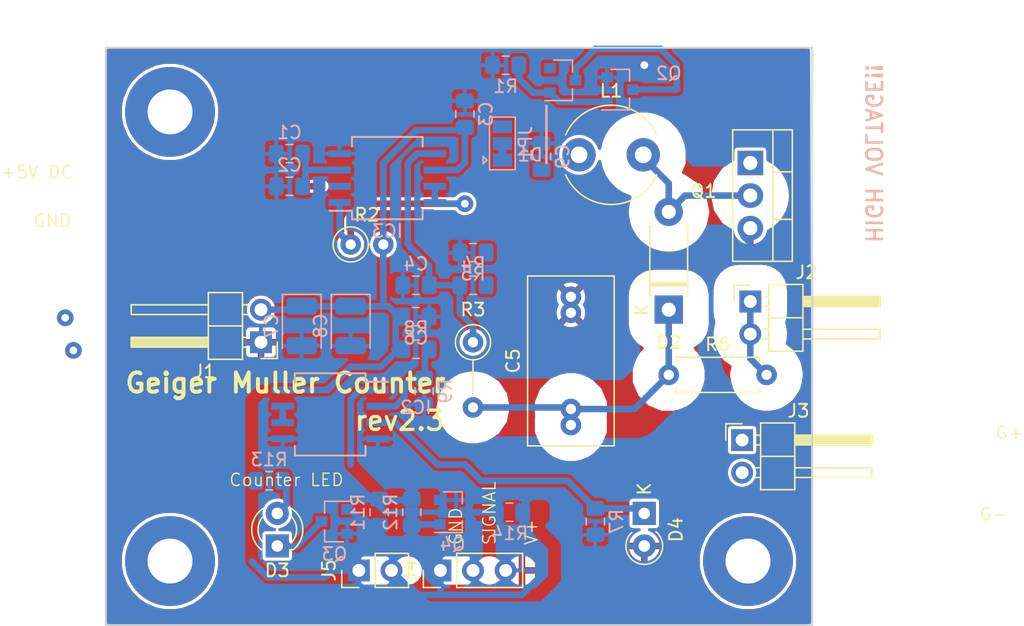
<source format=kicad_pcb>
(kicad_pcb (version 20171130) (host pcbnew "(5.0.1)-3")
  (layers (0 Top signal hide) (31 Bottom signal) (34 B.Paste user) (35 F.Paste user) (36 B.SilkS user) (37 F.SilkS user) (38 B.Mask user) (39 F.Mask user) (44 Edge.Cuts user))
  (net 0 "")
  (net 1 "Net-(Q4-Pad1)")
  (net 2 "Net-(Q3-Pad1)")
  (net 3 "Net-(C3-Pad1)")
  (net 4 "Net-(IC2-Pad1)")
  (net 5 "Net-(C5-Pad1)")
  (net 6 "Net-(C4-Pad1)")
  (net 7 "Net-(R4-Pad1)")
  (net 8 "Net-(D1-Pad1)")
  (net 9 "Net-(IC2-Pad6)")
  (net 10 "Net-(IC2-Pad2)")
  (net 11 "Net-(J2-Pad1)")
  (net 12 "Net-(IC3-Pad1)")
  (net 13 "Net-(C1-Pad1)")
  (net 14 GND)
  (net 15 "Net-(D3-Pad2)")
  (net 16 "Net-(D3-Pad1)")
  (net 17 "Net-(D1-Pad2)")
  (net 18 "Net-(D2-Pad2)")
  (net 19 "Net-(J4-Pad1)")
  (net 20 "Net-(J4-Pad2)")
  (net 21 "Net-(C9-Pad1)")
  (net 22 "Net-(D4-Pad1)")
  (module Housings_SOIC:SO-8_5.3x6.2mm_Pitch1.27mm (layer Bottom) (at 141.9161 95.1586)
    (fp_text reference IC3 (at 0 4.13) (layer B.SilkS) (effects (justify mirror)))
    (fp_text value MC34063AD)
    (fp_line (start -2.75 3.205) (end -2.75 2.55) (layer B.SilkS) (width 0.15))
    (fp_line (start 2.75 3.205) (end 2.75 2.455) (layer B.SilkS) (width 0.15))
    (fp_line (start 2.75 -3.205) (end 2.75 -2.455) (layer B.SilkS) (width 0.15))
    (fp_line (start -2.75 -3.205) (end -2.75 -2.455) (layer B.SilkS) (width 0.15))
    (fp_line (start -2.75 3.205) (end 2.75 3.205) (layer B.SilkS) (width 0.15))
    (fp_line (start -2.75 -3.205) (end 2.75 -3.205) (layer B.SilkS) (width 0.15))
    (fp_line (start -2.75 2.55) (end -4.5 2.55) (layer B.SilkS) (width 0.15))
    (pad 1 smd rect (at -3.7 1.905) (size 1.75 0.55) (layers Bottom B.Paste B.Mask) (net 12 "Net-(IC3-Pad1)"))
    (pad 2 smd rect (at -3.7 0.635) (size 1.75 0.55) (layers Bottom B.Paste B.Mask) (net 17 "Net-(D1-Pad2)"))
    (pad 3 smd rect (at -3.7 -0.635) (size 1.75 0.55) (layers Bottom B.Paste B.Mask) (net 13 "Net-(C1-Pad1)"))
    (pad 4 smd rect (at -3.7 -1.905) (size 1.75 0.55) (layers Bottom B.Paste B.Mask) (net 14 GND))
    (pad 5 smd rect (at 3.7 -1.905) (size 1.75 0.55) (layers Bottom B.Paste B.Mask) (net 6 "Net-(C4-Pad1)"))
    (pad 6 smd rect (at 3.7 -0.635) (size 1.75 0.55) (layers Bottom B.Paste B.Mask) (net 3 "Net-(C3-Pad1)"))
    (pad 7 smd rect (at 3.7 0.635) (size 1.75 0.55) (layers Bottom B.Paste B.Mask) (net 12 "Net-(IC3-Pad1)"))
    (pad 8 smd rect (at 3.7 1.905) (size 1.75 0.55) (layers Bottom B.Paste B.Mask) (net 12 "Net-(IC3-Pad1)"))
  )
  (module Mounting_Holes:MountingHole_3.5mm_Pad (layer Top) (at 125 90)
    (fp_text reference REF** hide)
    (fp_text value MountingHole_3.5mm_Pad)
    (pad 1 thru_hole circle (at 0 0) (size 7 7) (drill 3.5) (layers *.Cu *.Mask))
  )
  (module Mounting_Holes:MountingHole_3.5mm_Pad (layer Top) (at 170 125)
    (fp_text reference REF** hide)
    (fp_text value MountingHole_3.5mm_Pad)
    (pad 1 thru_hole circle (at 0 0) (size 7 7) (drill 3.5) (layers *.Cu *.Mask))
  )
  (module Diodes_SMD:D_SOT-23_ANK (layer Bottom) (at 155.575 87.5386)
    (fp_text reference D1 (at -2.54 5.8064) (layer B.SilkS) (effects (justify mirror)))
    (fp_text value D_Schottky)
    (fp_line (start 0.76 -1.58) (end -0.7 -1.58) (layer B.SilkS) (width 0.12))
    (fp_line (start 0.76 1.58) (end -1.4 1.58) (layer B.SilkS) (width 0.12))
    (fp_line (start 0.76 1.58) (end 0.76 0.65) (layer B.SilkS) (width 0.12))
    (fp_line (start 0.76 -1.58) (end 0.76 -0.65) (layer B.SilkS) (width 0.12))
    (pad 1 smd rect (at 1 0) (size 0.9 0.8) (layers Bottom B.Paste B.Mask) (net 8 "Net-(D1-Pad1)"))
    (pad "" smd rect (at -1 -0.95) (size 0.9 0.8) (layers Bottom B.Paste B.Mask))
    (pad 2 smd rect (at -1 0.95) (size 0.9 0.8) (layers Bottom B.Paste B.Mask) (net 17 "Net-(D1-Pad2)"))
  )
  (module TO_SOT_Packages_SMD:SOT-23 (layer Bottom) (at 137.795 121.92 180)
    (fp_text reference Q3 (at 0 -2.54 180) (layer B.SilkS) (effects (justify mirror)))
    (fp_text value BC848SMD)
    (fp_line (start 0.76 -1.58) (end -0.7 -1.58) (layer B.SilkS) (width 0.12))
    (fp_line (start 0.76 1.58) (end -1.4 1.58) (layer B.SilkS) (width 0.12))
    (fp_line (start 0.76 1.58) (end 0.76 0.65) (layer B.SilkS) (width 0.12))
    (fp_line (start 0.76 -1.58) (end 0.76 -0.65) (layer B.SilkS) (width 0.12))
    (pad 3 smd rect (at 1 0 180) (size 0.9 0.8) (layers Bottom B.Paste B.Mask) (net 16 "Net-(D3-Pad1)"))
    (pad 2 smd rect (at -1 -0.95 180) (size 0.9 0.8) (layers Bottom B.Paste B.Mask) (net 14 GND))
    (pad 1 smd rect (at -1 0.95 180) (size 0.9 0.8) (layers Bottom B.Paste B.Mask) (net 2 "Net-(Q3-Pad1)"))
  )
  (module TO_SOT_Packages_SMD:SOT-23 (layer Bottom) (at 146.9961 121.1936)
    (fp_text reference Q4 (at 0 2.5) (layer B.SilkS) (effects (justify mirror)))
    (fp_text value BC848SMD)
    (fp_line (start 0.76 -1.58) (end -0.7 -1.58) (layer B.SilkS) (width 0.12))
    (fp_line (start 0.76 1.58) (end -1.4 1.58) (layer B.SilkS) (width 0.12))
    (fp_line (start 0.76 1.58) (end 0.76 0.65) (layer B.SilkS) (width 0.12))
    (fp_line (start 0.76 -1.58) (end 0.76 -0.65) (layer B.SilkS) (width 0.12))
    (pad 3 smd rect (at 1 0) (size 0.9 0.8) (layers Bottom B.Paste B.Mask) (net 20 "Net-(J4-Pad2)"))
    (pad 2 smd rect (at -1 -0.95) (size 0.9 0.8) (layers Bottom B.Paste B.Mask) (net 14 GND))
    (pad 1 smd rect (at -1 0.95) (size 0.9 0.8) (layers Bottom B.Paste B.Mask) (net 1 "Net-(Q4-Pad1)"))
  )
  (module TO_SOT_Packages_SMD:SOT-23 (layer Bottom) (at 160.02 88.265)
    (fp_text reference Q2 (at 3.81 -1.27) (layer B.SilkS) (effects (justify mirror)))
    (fp_text value Q_PNP_BEC)
    (fp_line (start 0.76 -1.58) (end -0.7 -1.58) (layer B.SilkS) (width 0.12))
    (fp_line (start 0.76 1.58) (end -1.4 1.58) (layer B.SilkS) (width 0.12))
    (fp_line (start 0.76 1.58) (end 0.76 0.65) (layer B.SilkS) (width 0.12))
    (fp_line (start 0.76 -1.58) (end 0.76 -0.65) (layer B.SilkS) (width 0.12))
    (pad 3 smd rect (at 1 0) (size 0.9 0.8) (layers Bottom B.Paste B.Mask) (net 8 "Net-(D1-Pad1)"))
    (pad 2 smd rect (at -1 -0.95) (size 0.9 0.8) (layers Bottom B.Paste B.Mask) (net 14 GND))
    (pad 1 smd rect (at -1 0.95) (size 0.9 0.8) (layers Bottom B.Paste B.Mask) (net 17 "Net-(D1-Pad2)"))
  )
  (module Housings_SOIC:SO-8_5.3x6.2mm_Pitch1.27mm (layer Bottom) (at 137.4711 113.5736 180)
    (fp_text reference IC2 (at -6.6739 0.5436 180) (layer B.SilkS) (effects (justify mirror)))
    (fp_text value LM358D)
    (fp_line (start -2.75 2.55) (end -4.5 2.55) (layer B.SilkS) (width 0.15))
    (fp_line (start -2.75 -3.205) (end 2.75 -3.205) (layer B.SilkS) (width 0.15))
    (fp_line (start -2.75 3.205) (end 2.75 3.205) (layer B.SilkS) (width 0.15))
    (fp_line (start -2.75 -3.205) (end -2.75 -2.455) (layer B.SilkS) (width 0.15))
    (fp_line (start 2.75 -3.205) (end 2.75 -2.455) (layer B.SilkS) (width 0.15))
    (fp_line (start 2.75 3.205) (end 2.75 2.455) (layer B.SilkS) (width 0.15))
    (fp_line (start -2.75 3.205) (end -2.75 2.55) (layer B.SilkS) (width 0.15))
    (pad 8 smd rect (at 3.7 1.905 180) (size 1.75 0.55) (layers Bottom B.Paste B.Mask) (net 3 "Net-(C3-Pad1)"))
    (pad 7 smd rect (at 3.7 0.635 180) (size 1.75 0.55) (layers Bottom B.Paste B.Mask) (net 9 "Net-(IC2-Pad6)"))
    (pad 6 smd rect (at 3.7 -0.635 180) (size 1.75 0.55) (layers Bottom B.Paste B.Mask) (net 9 "Net-(IC2-Pad6)"))
    (pad 5 smd rect (at 3.7 -1.905 180) (size 1.75 0.55) (layers Bottom B.Paste B.Mask) (net 14 GND))
    (pad 4 smd rect (at -3.7 -1.905 180) (size 1.75 0.55) (layers Bottom B.Paste B.Mask) (net 14 GND))
    (pad 3 smd rect (at -3.7 -0.635 180) (size 1.75 0.55) (layers Bottom B.Paste B.Mask) (net 22 "Net-(D4-Pad1)"))
    (pad 2 smd rect (at -3.7 0.635 180) (size 1.75 0.55) (layers Bottom B.Paste B.Mask) (net 10 "Net-(IC2-Pad2)"))
    (pad 1 smd rect (at -3.7 1.905 180) (size 1.75 0.55) (layers Bottom B.Paste B.Mask) (net 4 "Net-(IC2-Pad1)"))
  )
  (module Mounting_Holes:MountingHole_3.5mm_Pad (layer Top) (at 125 125)
    (fp_text reference REF** hide)
    (fp_text value MountingHole_3.5mm_Pad)
    (pad 1 thru_hole circle (at 0 0) (size 7 7) (drill 3.5) (layers *.Cu *.Mask))
  )
  (module Capacitor_SMD:C_0805_2012Metric_Pad1.15x1.40mm_HandSolder (layer Bottom) (at 134.2961 93.2536 180)
    (fp_text reference C1 (at 0 1.65 180) (layer B.SilkS) (effects (justify mirror)))
    (fp_text value 32n)
    (fp_line (start -0.261252 0.71) (end 0.261252 0.71) (layer B.SilkS) (width 0.12))
    (fp_line (start -0.261252 -0.71) (end 0.261252 -0.71) (layer B.SilkS) (width 0.12))
    (pad 1 smd roundrect (at -1.025 0 180) (size 1.15 1.4) (layers Bottom B.Paste B.Mask) (roundrect_rratio 0.217391) (net 13 "Net-(C1-Pad1)"))
    (pad 2 smd roundrect (at 1.025 0 180) (size 1.15 1.4) (layers Bottom B.Paste B.Mask) (roundrect_rratio 0.217391) (net 14 GND))
  )
  (module Capacitor_SMD:C_0805_2012Metric_Pad1.15x1.40mm_HandSolder (layer Bottom) (at 144.145 105.9536)
    (fp_text reference C6 (at 0 1.65) (layer B.SilkS) (effects (justify mirror)))
    (fp_text value 100n)
    (fp_line (start -0.261252 -0.71) (end 0.261252 -0.71) (layer B.SilkS) (width 0.12))
    (fp_line (start -0.261252 0.71) (end 0.261252 0.71) (layer B.SilkS) (width 0.12))
    (pad 2 smd roundrect (at 1.025 0) (size 1.15 1.4) (layers Bottom B.Paste B.Mask) (roundrect_rratio 0.217391) (net 14 GND))
    (pad 1 smd roundrect (at -1.025 0) (size 1.15 1.4) (layers Bottom B.Paste B.Mask) (roundrect_rratio 0.217391) (net 3 "Net-(C3-Pad1)"))
  )
  (module Capacitor_SMD:C_0805_2012Metric_Pad1.15x1.40mm_HandSolder (layer Bottom) (at 134.2961 95.7936 180)
    (fp_text reference C2 (at 0 1.65 180) (layer B.SilkS) (effects (justify mirror)))
    (fp_text value 32n)
    (fp_line (start -0.261252 -0.71) (end 0.261252 -0.71) (layer B.SilkS) (width 0.12))
    (fp_line (start -0.261252 0.71) (end 0.261252 0.71) (layer B.SilkS) (width 0.12))
    (pad 2 smd roundrect (at 1.025 0 180) (size 1.15 1.4) (layers Bottom B.Paste B.Mask) (roundrect_rratio 0.217391) (net 14 GND))
    (pad 1 smd roundrect (at -1.025 0 180) (size 1.15 1.4) (layers Bottom B.Paste B.Mask) (roundrect_rratio 0.217391) (net 13 "Net-(C1-Pad1)"))
  )
  (module Capacitor_SMD:C_0805_2012Metric_Pad1.15x1.40mm_HandSolder (layer Bottom) (at 147.955 90.17 90)
    (fp_text reference C3 (at 0 1.65 90) (layer B.SilkS) (effects (justify mirror)))
    (fp_text value 100n)
    (fp_line (start -0.261252 0.71) (end 0.261252 0.71) (layer B.SilkS) (width 0.12))
    (fp_line (start -0.261252 -0.71) (end 0.261252 -0.71) (layer B.SilkS) (width 0.12))
    (pad 1 smd roundrect (at -1.025 0 90) (size 1.15 1.4) (layers Bottom B.Paste B.Mask) (roundrect_rratio 0.217391) (net 3 "Net-(C3-Pad1)"))
    (pad 2 smd roundrect (at 1.025 0 90) (size 1.15 1.4) (layers Bottom B.Paste B.Mask) (roundrect_rratio 0.217391) (net 14 GND))
  )
  (module Capacitor_SMD:C_0805_2012Metric_Pad1.15x1.40mm_HandSolder (layer Bottom) (at 144.145 103.505 180)
    (fp_text reference C4 (at 0 1.65 180) (layer B.SilkS) (effects (justify mirror)))
    (fp_text value 10n)
    (fp_line (start -0.261252 0.71) (end 0.261252 0.71) (layer B.SilkS) (width 0.12))
    (fp_line (start -0.261252 -0.71) (end 0.261252 -0.71) (layer B.SilkS) (width 0.12))
    (pad 1 smd roundrect (at -1.025 0 180) (size 1.15 1.4) (layers Bottom B.Paste B.Mask) (roundrect_rratio 0.217391) (net 6 "Net-(C4-Pad1)"))
    (pad 2 smd roundrect (at 1.025 0 180) (size 1.15 1.4) (layers Bottom B.Paste B.Mask) (roundrect_rratio 0.217391) (net 14 GND))
  )
  (module Resistor_SMD:R_0805_2012Metric_Pad1.15x1.40mm_HandSolder (layer Bottom) (at 151.13 86.36)
    (fp_text reference R1 (at 0 1.65) (layer B.SilkS) (effects (justify mirror)))
    (fp_text value 10k)
    (fp_line (start -0.261252 0.71) (end 0.261252 0.71) (layer B.SilkS) (width 0.12))
    (fp_line (start -0.261252 -0.71) (end 0.261252 -0.71) (layer B.SilkS) (width 0.12))
    (pad 1 smd roundrect (at -1.025 0) (size 1.15 1.4) (layers Bottom B.Paste B.Mask) (roundrect_rratio 0.217391) (net 14 GND))
    (pad 2 smd roundrect (at 1.025 0) (size 1.15 1.4) (layers Bottom B.Paste B.Mask) (roundrect_rratio 0.217391) (net 17 "Net-(D1-Pad2)"))
  )
  (module Resistor_SMD:R_0805_2012Metric_Pad1.15x1.40mm_HandSolder (layer Bottom) (at 148.59 103.505 180)
    (fp_text reference R4 (at 0 1.65 180) (layer B.SilkS) (effects (justify mirror)))
    (fp_text value 1k)
    (fp_line (start -0.261252 0.71) (end 0.261252 0.71) (layer B.SilkS) (width 0.12))
    (fp_line (start -0.261252 -0.71) (end 0.261252 -0.71) (layer B.SilkS) (width 0.12))
    (pad 1 smd roundrect (at -1.025 0 180) (size 1.15 1.4) (layers Bottom B.Paste B.Mask) (roundrect_rratio 0.217391) (net 7 "Net-(R4-Pad1)"))
    (pad 2 smd roundrect (at 1.025 0 180) (size 1.15 1.4) (layers Bottom B.Paste B.Mask) (roundrect_rratio 0.217391) (net 6 "Net-(C4-Pad1)"))
  )
  (module Resistor_SMD:R_0805_2012Metric_Pad1.15x1.40mm_HandSolder (layer Bottom) (at 148.59 100.965)
    (fp_text reference R5 (at 0 1.65) (layer B.SilkS) (effects (justify mirror)))
    (fp_text value 30k)
    (fp_line (start -0.261252 0.71) (end 0.261252 0.71) (layer B.SilkS) (width 0.12))
    (fp_line (start -0.261252 -0.71) (end 0.261252 -0.71) (layer B.SilkS) (width 0.12))
    (pad 1 smd roundrect (at -1.025 0) (size 1.15 1.4) (layers Bottom B.Paste B.Mask) (roundrect_rratio 0.217391) (net 14 GND))
    (pad 2 smd roundrect (at 1.025 0) (size 1.15 1.4) (layers Bottom B.Paste B.Mask) (roundrect_rratio 0.217391) (net 7 "Net-(R4-Pad1)"))
  )
  (module Resistor_SMD:R_0805_2012Metric_Pad1.15x1.40mm_HandSolder (layer Bottom) (at 158.115 121.92 90)
    (fp_text reference R7 (at 0 1.65 90) (layer B.SilkS) (effects (justify mirror)))
    (fp_text value 10k)
    (fp_line (start -0.261252 0.71) (end 0.261252 0.71) (layer B.SilkS) (width 0.12))
    (fp_line (start -0.261252 -0.71) (end 0.261252 -0.71) (layer B.SilkS) (width 0.12))
    (pad 1 smd roundrect (at -1.025 0 90) (size 1.15 1.4) (layers Bottom B.Paste B.Mask) (roundrect_rratio 0.217391) (net 14 GND))
    (pad 2 smd roundrect (at 1.025 0 90) (size 1.15 1.4) (layers Bottom B.Paste B.Mask) (roundrect_rratio 0.217391) (net 22 "Net-(D4-Pad1)"))
  )
  (module Resistor_SMD:R_0805_2012Metric_Pad1.15x1.40mm_HandSolder (layer Bottom) (at 144.145 108.4936 180)
    (fp_text reference R8 (at 0 1.65 180) (layer B.SilkS) (effects (justify mirror)))
    (fp_text value ?)
    (fp_line (start -0.261252 -0.71) (end 0.261252 -0.71) (layer B.SilkS) (width 0.12))
    (fp_line (start -0.261252 0.71) (end 0.261252 0.71) (layer B.SilkS) (width 0.12))
    (pad 2 smd roundrect (at 1.025 0 180) (size 1.15 1.4) (layers Bottom B.Paste B.Mask) (roundrect_rratio 0.217391) (net 3 "Net-(C3-Pad1)"))
    (pad 1 smd roundrect (at -1.025 0 180) (size 1.15 1.4) (layers Bottom B.Paste B.Mask) (roundrect_rratio 0.217391) (net 10 "Net-(IC2-Pad2)"))
  )
  (module Resistor_SMD:R_0805_2012Metric_Pad1.15x1.40mm_HandSolder (layer Bottom) (at 144.78 111.76 90)
    (fp_text reference R9 (at 0 1.65 90) (layer B.SilkS) (effects (justify mirror)))
    (fp_text value 470R)
    (fp_line (start -0.261252 -0.71) (end 0.261252 -0.71) (layer B.SilkS) (width 0.12))
    (fp_line (start -0.261252 0.71) (end 0.261252 0.71) (layer B.SilkS) (width 0.12))
    (pad 2 smd roundrect (at 1.025 0 90) (size 1.15 1.4) (layers Bottom B.Paste B.Mask) (roundrect_rratio 0.217391) (net 10 "Net-(IC2-Pad2)"))
    (pad 1 smd roundrect (at -1.025 0 90) (size 1.15 1.4) (layers Bottom B.Paste B.Mask) (roundrect_rratio 0.217391) (net 14 GND))
  )
  (module Resistor_SMD:R_0805_2012Metric_Pad1.15x1.40mm_HandSolder (layer Bottom) (at 141.2811 121.1936 270)
    (fp_text reference R11 (at 0 1.65 270) (layer B.SilkS) (effects (justify mirror)))
    (fp_text value 1k)
    (fp_line (start -0.261252 -0.71) (end 0.261252 -0.71) (layer B.SilkS) (width 0.12))
    (fp_line (start -0.261252 0.71) (end 0.261252 0.71) (layer B.SilkS) (width 0.12))
    (pad 2 smd roundrect (at 1.025 0 270) (size 1.15 1.4) (layers Bottom B.Paste B.Mask) (roundrect_rratio 0.217391) (net 2 "Net-(Q3-Pad1)"))
    (pad 1 smd roundrect (at -1.025 0 270) (size 1.15 1.4) (layers Bottom B.Paste B.Mask) (roundrect_rratio 0.217391) (net 4 "Net-(IC2-Pad1)"))
  )
  (module Resistor_SMD:R_0805_2012Metric_Pad1.15x1.40mm_HandSolder (layer Bottom) (at 143.8211 121.1936 270)
    (fp_text reference R12 (at 0 1.65 270) (layer B.SilkS) (effects (justify mirror)))
    (fp_text value 1k)
    (fp_line (start -0.261252 -0.71) (end 0.261252 -0.71) (layer B.SilkS) (width 0.12))
    (fp_line (start -0.261252 0.71) (end 0.261252 0.71) (layer B.SilkS) (width 0.12))
    (pad 2 smd roundrect (at 1.025 0 270) (size 1.15 1.4) (layers Bottom B.Paste B.Mask) (roundrect_rratio 0.217391) (net 1 "Net-(Q4-Pad1)"))
    (pad 1 smd roundrect (at -1.025 0 270) (size 1.15 1.4) (layers Bottom B.Paste B.Mask) (roundrect_rratio 0.217391) (net 4 "Net-(IC2-Pad1)"))
  )
  (module Resistor_SMD:R_0805_2012Metric_Pad1.15x1.40mm_HandSolder (layer Bottom) (at 132.715 118.745 180)
    (fp_text reference R13 (at 0 1.65 180) (layer B.SilkS) (effects (justify mirror)))
    (fp_text value 510R)
    (fp_line (start -0.261252 -0.71) (end 0.261252 -0.71) (layer B.SilkS) (width 0.12))
    (fp_line (start -0.261252 0.71) (end 0.261252 0.71) (layer B.SilkS) (width 0.12))
    (pad 2 smd roundrect (at 1.025 0 180) (size 1.15 1.4) (layers Bottom B.Paste B.Mask) (roundrect_rratio 0.217391) (net 3 "Net-(C3-Pad1)"))
    (pad 1 smd roundrect (at -1.025 0 180) (size 1.15 1.4) (layers Bottom B.Paste B.Mask) (roundrect_rratio 0.217391) (net 15 "Net-(D3-Pad2)"))
  )
  (module Resistor_SMD:R_0805_2012Metric_Pad1.15x1.40mm_HandSolder (layer Bottom) (at 151.4411 121.1936)
    (fp_text reference R14 (at 0 1.65) (layer B.SilkS) (effects (justify mirror)))
    (fp_text value 1k)
    (fp_line (start -0.261252 0.71) (end 0.261252 0.71) (layer B.SilkS) (width 0.12))
    (fp_line (start -0.261252 -0.71) (end 0.261252 -0.71) (layer B.SilkS) (width 0.12))
    (pad 1 smd roundrect (at -1.025 0) (size 1.15 1.4) (layers Bottom B.Paste B.Mask) (roundrect_rratio 0.217391) (net 20 "Net-(J4-Pad2)"))
    (pad 2 smd roundrect (at 1.025 0) (size 1.15 1.4) (layers Bottom B.Paste B.Mask) (roundrect_rratio 0.217391) (net 19 "Net-(J4-Pad1)"))
  )
  (module LED_THT:LED_D3.0mm (layer Top) (at 133.35 123.825 90)
    (fp_text reference D3 (at -1.905 0 180) (layer F.SilkS))
    (fp_text value LED)
    (fp_arc (start 1.27 0) (end -0.29 -1.235516) (angle 108.8) (layer F.SilkS) (width 0.12))
    (fp_arc (start 1.27 0) (end -0.29 1.235516) (angle -108.8) (layer F.SilkS) (width 0.12))
    (fp_arc (start 1.27 0) (end 0.229039 -1.08) (angle 87.9) (layer F.SilkS) (width 0.12))
    (fp_arc (start 1.27 0) (end 0.229039 1.08) (angle -87.9) (layer F.SilkS) (width 0.12))
    (fp_line (start -0.29 -1.236) (end -0.29 -1.08) (layer F.SilkS) (width 0.12))
    (fp_line (start -0.29 1.08) (end -0.29 1.236) (layer F.SilkS) (width 0.12))
    (pad 1 thru_hole rect (at 0 0 90) (size 1.8 1.8) (drill 0.9) (layers *.Cu *.Mask) (net 16 "Net-(D3-Pad1)"))
    (pad 2 thru_hole circle (at 2.54 0 90) (size 1.8 1.8) (drill 0.9) (layers *.Cu *.Mask) (net 15 "Net-(D3-Pad2)"))
  )
  (module Connector_PinHeader_2.54mm:PinHeader_1x02_P2.54mm_Horizontal (layer Top) (at 170.18 104.775)
    (fp_text reference J2 (at 4.385 -2.27) (layer F.SilkS))
    (fp_text value Conn_01x02_Male)
    (fp_line (start 1.44 -1.33) (end 1.44 3.87) (layer F.SilkS) (width 0.12))
    (fp_line (start 1.44 3.87) (end 4.1 3.87) (layer F.SilkS) (width 0.12))
    (fp_line (start 4.1 3.87) (end 4.1 -1.33) (layer F.SilkS) (width 0.12))
    (fp_line (start 4.1 -1.33) (end 1.44 -1.33) (layer F.SilkS) (width 0.12))
    (fp_line (start 4.1 -0.38) (end 10.1 -0.38) (layer F.SilkS) (width 0.12))
    (fp_line (start 10.1 -0.38) (end 10.1 0.38) (layer F.SilkS) (width 0.12))
    (fp_line (start 10.1 0.38) (end 4.1 0.38) (layer F.SilkS) (width 0.12))
    (fp_line (start 4.1 -0.32) (end 10.1 -0.32) (layer F.SilkS) (width 0.12))
    (fp_line (start 4.1 -0.2) (end 10.1 -0.2) (layer F.SilkS) (width 0.12))
    (fp_line (start 4.1 -0.08) (end 10.1 -0.08) (layer F.SilkS) (width 0.12))
    (fp_line (start 4.1 0.04) (end 10.1 0.04) (layer F.SilkS) (width 0.12))
    (fp_line (start 4.1 0.16) (end 10.1 0.16) (layer F.SilkS) (width 0.12))
    (fp_line (start 4.1 0.28) (end 10.1 0.28) (layer F.SilkS) (width 0.12))
    (fp_line (start 1.11 -0.38) (end 1.44 -0.38) (layer F.SilkS) (width 0.12))
    (fp_line (start 1.11 0.38) (end 1.44 0.38) (layer F.SilkS) (width 0.12))
    (fp_line (start 1.44 1.27) (end 4.1 1.27) (layer F.SilkS) (width 0.12))
    (fp_line (start 4.1 2.16) (end 10.1 2.16) (layer F.SilkS) (width 0.12))
    (fp_line (start 10.1 2.16) (end 10.1 2.92) (layer F.SilkS) (width 0.12))
    (fp_line (start 10.1 2.92) (end 4.1 2.92) (layer F.SilkS) (width 0.12))
    (fp_line (start 1.042929 2.16) (end 1.44 2.16) (layer F.SilkS) (width 0.12))
    (fp_line (start 1.042929 2.92) (end 1.44 2.92) (layer F.SilkS) (width 0.12))
    (fp_line (start -1.27 0) (end -1.27 -1.27) (layer F.SilkS) (width 0.12))
    (fp_line (start -1.27 -1.27) (end 0 -1.27) (layer F.SilkS) (width 0.12))
    (pad 1 thru_hole rect (at 0 0) (size 1.7 1.7) (drill 1) (layers *.Cu *.Mask) (net 11 "Net-(J2-Pad1)"))
    (pad 2 thru_hole oval (at 0 2.54) (size 1.7 1.7) (drill 1) (layers *.Cu *.Mask) (net 11 "Net-(J2-Pad1)"))
  )
  (module Connector_PinHeader_2.54mm:PinHeader_1x02_P2.54mm_Horizontal (layer Top) (at 169.545 115.57)
    (fp_text reference J3 (at 4.385 -2.27) (layer F.SilkS))
    (fp_text value Conn_01x02_Male)
    (fp_line (start -1.27 -1.27) (end 0 -1.27) (layer F.SilkS) (width 0.12))
    (fp_line (start -1.27 0) (end -1.27 -1.27) (layer F.SilkS) (width 0.12))
    (fp_line (start 1.042929 2.92) (end 1.44 2.92) (layer F.SilkS) (width 0.12))
    (fp_line (start 1.042929 2.16) (end 1.44 2.16) (layer F.SilkS) (width 0.12))
    (fp_line (start 10.1 2.92) (end 4.1 2.92) (layer F.SilkS) (width 0.12))
    (fp_line (start 10.1 2.16) (end 10.1 2.92) (layer F.SilkS) (width 0.12))
    (fp_line (start 4.1 2.16) (end 10.1 2.16) (layer F.SilkS) (width 0.12))
    (fp_line (start 1.44 1.27) (end 4.1 1.27) (layer F.SilkS) (width 0.12))
    (fp_line (start 1.11 0.38) (end 1.44 0.38) (layer F.SilkS) (width 0.12))
    (fp_line (start 1.11 -0.38) (end 1.44 -0.38) (layer F.SilkS) (width 0.12))
    (fp_line (start 4.1 0.28) (end 10.1 0.28) (layer F.SilkS) (width 0.12))
    (fp_line (start 4.1 0.16) (end 10.1 0.16) (layer F.SilkS) (width 0.12))
    (fp_line (start 4.1 0.04) (end 10.1 0.04) (layer F.SilkS) (width 0.12))
    (fp_line (start 4.1 -0.08) (end 10.1 -0.08) (layer F.SilkS) (width 0.12))
    (fp_line (start 4.1 -0.2) (end 10.1 -0.2) (layer F.SilkS) (width 0.12))
    (fp_line (start 4.1 -0.32) (end 10.1 -0.32) (layer F.SilkS) (width 0.12))
    (fp_line (start 10.1 0.38) (end 4.1 0.38) (layer F.SilkS) (width 0.12))
    (fp_line (start 10.1 -0.38) (end 10.1 0.38) (layer F.SilkS) (width 0.12))
    (fp_line (start 4.1 -0.38) (end 10.1 -0.38) (layer F.SilkS) (width 0.12))
    (fp_line (start 4.1 -1.33) (end 1.44 -1.33) (layer F.SilkS) (width 0.12))
    (fp_line (start 4.1 3.87) (end 4.1 -1.33) (layer F.SilkS) (width 0.12))
    (fp_line (start 1.44 3.87) (end 4.1 3.87) (layer F.SilkS) (width 0.12))
    (fp_line (start 1.44 -1.33) (end 1.44 3.87) (layer F.SilkS) (width 0.12))
    (pad 2 thru_hole oval (at 0 2.54) (size 1.7 1.7) (drill 1) (layers *.Cu *.Mask) (net 22 "Net-(D4-Pad1)"))
    (pad 1 thru_hole rect (at 0 0) (size 1.7 1.7) (drill 1) (layers *.Cu *.Mask) (net 22 "Net-(D4-Pad1)"))
  )
  (module Connector_PinHeader_2.54mm:PinHeader_1x03_P2.54mm_Vertical (layer Top) (at 146.05 125.73 90)
    (fp_text reference J4 (at 0 -2.33 90) (layer F.SilkS))
    (fp_text value Conn_01x03_Male)
    (fp_line (start -1.33 6.41) (end 1.33 6.41) (layer F.SilkS) (width 0.12))
    (fp_line (start -1.33 1.27) (end -1.33 6.41) (layer F.SilkS) (width 0.12))
    (fp_line (start 1.33 1.27) (end 1.33 6.41) (layer F.SilkS) (width 0.12))
    (fp_line (start -1.33 1.27) (end 1.33 1.27) (layer F.SilkS) (width 0.12))
    (fp_line (start -1.33 0) (end -1.33 -1.33) (layer F.SilkS) (width 0.12))
    (fp_line (start -1.33 -1.33) (end 0 -1.33) (layer F.SilkS) (width 0.12))
    (pad 1 thru_hole rect (at 0 0 90) (size 1.7 1.7) (drill 1) (layers *.Cu *.Mask) (net 19 "Net-(J4-Pad1)"))
    (pad 2 thru_hole oval (at 0 2.54 90) (size 1.7 1.7) (drill 1) (layers *.Cu *.Mask) (net 20 "Net-(J4-Pad2)"))
    (pad 3 thru_hole oval (at 0 5.08 90) (size 1.7 1.7) (drill 1) (layers *.Cu *.Mask) (net 14 GND))
  )
  (module Connector_PinHeader_2.54mm:PinHeader_1x02_P2.54mm_Horizontal (layer Top) (at 132.08 107.95 180)
    (fp_text reference J1 (at 4.385 -2.27 180) (layer F.SilkS))
    (fp_text value Conn_01x02_Male)
    (fp_line (start 1.44 -1.33) (end 1.44 3.87) (layer F.SilkS) (width 0.12))
    (fp_line (start 1.44 3.87) (end 4.1 3.87) (layer F.SilkS) (width 0.12))
    (fp_line (start 4.1 3.87) (end 4.1 -1.33) (layer F.SilkS) (width 0.12))
    (fp_line (start 4.1 -1.33) (end 1.44 -1.33) (layer F.SilkS) (width 0.12))
    (fp_line (start 4.1 -0.38) (end 10.1 -0.38) (layer F.SilkS) (width 0.12))
    (fp_line (start 10.1 -0.38) (end 10.1 0.38) (layer F.SilkS) (width 0.12))
    (fp_line (start 10.1 0.38) (end 4.1 0.38) (layer F.SilkS) (width 0.12))
    (fp_line (start 4.1 -0.32) (end 10.1 -0.32) (layer F.SilkS) (width 0.12))
    (fp_line (start 4.1 -0.2) (end 10.1 -0.2) (layer F.SilkS) (width 0.12))
    (fp_line (start 4.1 -0.08) (end 10.1 -0.08) (layer F.SilkS) (width 0.12))
    (fp_line (start 4.1 0.04) (end 10.1 0.04) (layer F.SilkS) (width 0.12))
    (fp_line (start 4.1 0.16) (end 10.1 0.16) (layer F.SilkS) (width 0.12))
    (fp_line (start 4.1 0.28) (end 10.1 0.28) (layer F.SilkS) (width 0.12))
    (fp_line (start 1.11 -0.38) (end 1.44 -0.38) (layer F.SilkS) (width 0.12))
    (fp_line (start 1.11 0.38) (end 1.44 0.38) (layer F.SilkS) (width 0.12))
    (fp_line (start 1.44 1.27) (end 4.1 1.27) (layer F.SilkS) (width 0.12))
    (fp_line (start 4.1 2.16) (end 10.1 2.16) (layer F.SilkS) (width 0.12))
    (fp_line (start 10.1 2.16) (end 10.1 2.92) (layer F.SilkS) (width 0.12))
    (fp_line (start 10.1 2.92) (end 4.1 2.92) (layer F.SilkS) (width 0.12))
    (fp_line (start 1.042929 2.16) (end 1.44 2.16) (layer F.SilkS) (width 0.12))
    (fp_line (start 1.042929 2.92) (end 1.44 2.92) (layer F.SilkS) (width 0.12))
    (fp_line (start -1.27 0) (end -1.27 -1.27) (layer F.SilkS) (width 0.12))
    (fp_line (start -1.27 -1.27) (end 0 -1.27) (layer F.SilkS) (width 0.12))
    (pad 1 thru_hole rect (at 0 0 180) (size 1.7 1.7) (drill 1) (layers *.Cu *.Mask) (net 14 GND))
    (pad 2 thru_hole oval (at 0 2.54 180) (size 1.7 1.7) (drill 1) (layers *.Cu *.Mask) (net 3 "Net-(C3-Pad1)"))
  )
  (module Resistor_THT:R_Axial_DIN0207_L6.3mm_D2.5mm_P2.54mm_Vertical (layer Top) (at 139.065 100.33)
    (fp_text reference R2 (at 1.27 -2.31) (layer F.SilkS))
    (fp_text value R22/0.5W)
    (fp_circle (center 0 0) (end 1.37 0) (layer F.SilkS) (width 0.12))
    (fp_line (start 1.37 0) (end 1.44 0) (layer F.SilkS) (width 0.12))
    (pad 1 thru_hole circle (at 0 0) (size 1.6 1.6) (drill 0.8) (layers *.Cu *.Mask) (net 12 "Net-(IC3-Pad1)"))
    (pad 2 thru_hole oval (at 2.54 0) (size 1.6 1.6) (drill 0.8) (layers *.Cu *.Mask) (net 3 "Net-(C3-Pad1)"))
  )
  (module Diode_THT:D_DO-41_SOD81_P7.62mm_Horizontal (layer Top) (at 163.83 105.41 90)
    (fp_text reference D2 (at -2.54 0 180) (layer F.SilkS))
    (fp_text value 1n4007)
    (fp_line (start 1.09 -1.34) (end 1.09 -1.47) (layer F.SilkS) (width 0.12))
    (fp_line (start 1.09 -1.47) (end 6.53 -1.47) (layer F.SilkS) (width 0.12))
    (fp_line (start 6.53 -1.47) (end 6.53 -1.34) (layer F.SilkS) (width 0.12))
    (fp_line (start 1.09 1.34) (end 1.09 1.47) (layer F.SilkS) (width 0.12))
    (fp_line (start 1.09 1.47) (end 6.53 1.47) (layer F.SilkS) (width 0.12))
    (fp_line (start 6.53 1.47) (end 6.53 1.34) (layer F.SilkS) (width 0.12))
    (fp_line (start 1.99 -1.47) (end 1.99 1.47) (layer F.SilkS) (width 0.12))
    (fp_line (start 2.11 -1.47) (end 2.11 1.47) (layer F.SilkS) (width 0.12))
    (fp_line (start 1.87 -1.47) (end 1.87 1.47) (layer F.SilkS) (width 0.12))
    (fp_text user K (at 0 -2.1 90) (layer F.SilkS))
    (pad 1 thru_hole rect (at 0 0 90) (size 2.2 2.2) (drill 1.1) (layers *.Cu *.Mask) (net 5 "Net-(C5-Pad1)"))
    (pad 2 thru_hole oval (at 7.62 0 90) (size 2.2 2.2) (drill 1.1) (layers *.Cu *.Mask) (net 18 "Net-(D2-Pad2)"))
  )
  (module Connector_PinHeader_2.54mm:PinHeader_1x02_P2.54mm_Vertical (layer Top) (at 139.7 125.73 90)
    (fp_text reference J5 (at 0 -2.33 90) (layer F.SilkS))
    (fp_text value Conn_01x02_Male)
    (fp_line (start -1.33 3.87) (end 1.33 3.87) (layer F.SilkS) (width 0.12))
    (fp_line (start -1.33 1.27) (end -1.33 3.87) (layer F.SilkS) (width 0.12))
    (fp_line (start 1.33 1.27) (end 1.33 3.87) (layer F.SilkS) (width 0.12))
    (fp_line (start -1.33 1.27) (end 1.33 1.27) (layer F.SilkS) (width 0.12))
    (fp_line (start -1.33 0) (end -1.33 -1.33) (layer F.SilkS) (width 0.12))
    (fp_line (start -1.33 -1.33) (end 0 -1.33) (layer F.SilkS) (width 0.12))
    (pad 1 thru_hole rect (at 0 0 90) (size 1.7 1.7) (drill 1) (layers *.Cu *.Mask) (net 3 "Net-(C3-Pad1)"))
    (pad 2 thru_hole oval (at 0 2.54 90) (size 1.7 1.7) (drill 1) (layers *.Cu *.Mask) (net 19 "Net-(J4-Pad1)"))
  )
  (module Resistor_THT:R_Axial_DIN0207_L6.3mm_D2.5mm_P5.08mm_Vertical (layer Top) (at 148.59 107.95 270)
    (fp_text reference R3 (at -2.54 0) (layer F.SilkS))
    (fp_text value 10M)
    (fp_circle (center 0 0) (end 1.37 0) (layer F.SilkS) (width 0.12))
    (fp_line (start 1.37 0) (end 3.98 0) (layer F.SilkS) (width 0.12))
    (pad 1 thru_hole circle (at 0 0 270) (size 1.6 1.6) (drill 0.8) (layers *.Cu *.Mask) (net 6 "Net-(C4-Pad1)"))
    (pad 2 thru_hole oval (at 5.08 0 270) (size 1.6 1.6) (drill 0.8) (layers *.Cu *.Mask) (net 5 "Net-(C5-Pad1)"))
  )
  (module Capacitor_Tantalum_SMD:CP_EIA-3528-21_Kemet-B (layer Bottom) (at 135.255 106.68 270)
    (fp_text reference C7 (at 0 2.35 270) (layer B.SilkS) (effects (justify mirror)))
    (fp_text value 330u)
    (fp_line (start -2.46 -1.51) (end 1.75 -1.51) (layer B.SilkS) (width 0.12))
    (fp_line (start -2.46 1.51) (end -2.46 -1.51) (layer B.SilkS) (width 0.12))
    (fp_line (start 1.75 1.51) (end -2.46 1.51) (layer B.SilkS) (width 0.12))
    (pad 2 smd roundrect (at 1.5375 0 270) (size 1.325 2.35) (layers Bottom B.Paste B.Mask) (roundrect_rratio 0.188679) (net 14 GND))
    (pad 1 smd roundrect (at -1.5375 0 270) (size 1.325 2.35) (layers Bottom B.Paste B.Mask) (roundrect_rratio 0.188679) (net 3 "Net-(C3-Pad1)"))
  )
  (module Capacitor_Tantalum_SMD:CP_EIA-3528-21_Kemet-B (layer Bottom) (at 139.065 106.68 270)
    (fp_text reference C8 (at 0 2.35 270) (layer B.SilkS) (effects (justify mirror)))
    (fp_text value 330u)
    (fp_line (start 1.75 1.51) (end -2.46 1.51) (layer B.SilkS) (width 0.12))
    (fp_line (start -2.46 1.51) (end -2.46 -1.51) (layer B.SilkS) (width 0.12))
    (fp_line (start -2.46 -1.51) (end 1.75 -1.51) (layer B.SilkS) (width 0.12))
    (pad 1 smd roundrect (at -1.5375 0 270) (size 1.325 2.35) (layers Bottom B.Paste B.Mask) (roundrect_rratio 0.188679) (net 3 "Net-(C3-Pad1)"))
    (pad 2 smd roundrect (at 1.5375 0 270) (size 1.325 2.35) (layers Bottom B.Paste B.Mask) (roundrect_rratio 0.188679) (net 14 GND))
  )
  (module Inductor_THT:L_Radial_D7.5mm_P5.00mm_Fastron_07P (layer Top) (at 156.845 93.345)
    (fp_text reference L1 (at 2.5 -4.9886) (layer F.SilkS))
    (fp_text value 680m)
    (fp_arc (start 2.5 0) (end -1.041652 -1.56) (angle 132.455667) (layer F.SilkS) (width 0.12))
    (fp_arc (start 2.5 0) (end -1.041652 1.56) (angle -132.455667) (layer F.SilkS) (width 0.12))
    (pad 1 thru_hole circle (at 0 0) (size 2.6 2.6) (drill 1.3) (layers *.Cu *.Mask) (net 21 "Net-(C9-Pad1)"))
    (pad 2 thru_hole circle (at 5 0) (size 2.6 2.6) (drill 1.3) (layers *.Cu *.Mask) (net 18 "Net-(D2-Pad2)"))
  )
  (module Package_TO_SOT_THT:TO-220-3_Vertical (layer Top) (at 170.18 93.98 270)
    (fp_text reference Q1 (at 2.195 3.63) (layer F.SilkS))
    (fp_text value IRF840)
    (fp_line (start -2.58 -3.27) (end 7.66 -3.27) (layer F.SilkS) (width 0.12))
    (fp_line (start -2.58 1.371) (end 7.66 1.371) (layer F.SilkS) (width 0.12))
    (fp_line (start -2.58 -3.27) (end -2.58 1.371) (layer F.SilkS) (width 0.12))
    (fp_line (start 7.66 -3.27) (end 7.66 1.371) (layer F.SilkS) (width 0.12))
    (fp_line (start -2.58 -1.76) (end 7.66 -1.76) (layer F.SilkS) (width 0.12))
    (fp_line (start 0.69 -3.27) (end 0.69 -1.76) (layer F.SilkS) (width 0.12))
    (fp_line (start 4.391 -3.27) (end 4.391 -1.76) (layer F.SilkS) (width 0.12))
    (pad 1 thru_hole rect (at 0 0 270) (size 1.905 2) (drill 1.1) (layers *.Cu *.Mask) (net 8 "Net-(D1-Pad1)"))
    (pad 2 thru_hole oval (at 2.54 0 270) (size 1.905 2) (drill 1.1) (layers *.Cu *.Mask) (net 18 "Net-(D2-Pad2)"))
    (pad 3 thru_hole oval (at 5.08 0 270) (size 1.905 2) (drill 1.1) (layers *.Cu *.Mask) (net 14 GND))
  )
  (module Capacitor_THT:C_Rect_L13.0mm_W6.5mm_P7.50mm_P10.00mm (layer Top) (at 156.21 114.405 90)
    (fp_text reference C5 (at 5 -4.5 90) (layer F.SilkS))
    (fp_text value 100n/630V)
    (fp_line (start -1.62 -3.37) (end 11.62 -3.37) (layer F.SilkS) (width 0.12))
    (fp_line (start -1.62 3.37) (end 11.62 3.37) (layer F.SilkS) (width 0.12))
    (fp_line (start -1.62 -3.37) (end -1.62 3.37) (layer F.SilkS) (width 0.12))
    (fp_line (start 11.62 -3.37) (end 11.62 3.37) (layer F.SilkS) (width 0.12))
    (pad 1 thru_hole circle (at 1.25 0 90) (size 1.6 1.6) (drill 0.8) (layers *.Cu *.Mask) (net 5 "Net-(C5-Pad1)"))
    (pad 2 thru_hole circle (at 8.75 0 90) (size 1.6 1.6) (drill 0.8) (layers *.Cu *.Mask) (net 14 GND))
    (pad 1 thru_hole circle (at 0 0 90) (size 1.6 1.6) (drill 0.8) (layers *.Cu *.Mask) (net 5 "Net-(C5-Pad1)"))
    (pad 2 thru_hole circle (at 10 0 90) (size 1.6 1.6) (drill 0.8) (layers *.Cu *.Mask) (net 14 GND))
  )
  (module Jumper:SolderJumper-3_P1.3mm_Bridged12_Pad1.0x1.5mm (layer Bottom) (at 150.876 92.456 90)
    (fp_text reference JP1 (at 0 1.8 90) (layer B.SilkS) (effects (justify mirror)))
    (fp_text value Jumper_3_Bridged12)
    (fp_line (start -1.3 -1.2) (end -1 -1.5) (layer B.SilkS) (width 0.12))
    (fp_line (start -1.6 -1.5) (end -1 -1.5) (layer B.SilkS) (width 0.12))
    (fp_line (start -1.3 -1.2) (end -1.6 -1.5) (layer B.SilkS) (width 0.12))
    (fp_line (start -2.05 -1) (end -2.05 1) (layer B.SilkS) (width 0.12))
    (fp_line (start 2.05 -1) (end -2.05 -1) (layer B.SilkS) (width 0.12))
    (fp_line (start 2.05 1) (end 2.05 -1) (layer B.SilkS) (width 0.12))
    (fp_line (start -2.05 1) (end 2.05 1) (layer B.SilkS) (width 0.12))
    (pad 1 smd custom (at -1.3 0 90) (size 1 1.5) (layers Bottom B.Mask) (net 12 "Net-(IC3-Pad1)") (options (clearance outline) (anchor rect)) (primitives (gr_poly (pts (xy 0.4 0.3) (xy 0.9 0.3) (xy 0.9 -0.3) (xy 0.4 -0.3)) (width 0))))
    (pad 3 smd rect (at 1.3 0 90) (size 1 1.5) (layers Bottom B.Mask) (net 3 "Net-(C3-Pad1)"))
    (pad 2 smd rect (at 0 0 90) (size 1 1.5) (layers Bottom B.Mask) (net 21 "Net-(C9-Pad1)"))
  )
  (module Diode_THT:D_A-405_P2.54mm_Vertical_KathodeUp (layer Top) (at 161.925 121.285 270)
    (fp_text reference D4 (at 1.27 -2.47 270) (layer F.SilkS))
    (fp_text value D_Zener)
    (fp_arc (start 2.54 0) (end 1.426761 -0.9) (angle 278.451986) (layer F.SilkS) (width 0.12))
    (fp_text user K (at -1.9 0 270) (layer F.SilkS))
    (pad 1 thru_hole rect (at 0 0 270) (size 1.8 1.8) (drill 0.9) (layers *.Cu *.Mask) (net 22 "Net-(D4-Pad1)"))
    (pad 2 thru_hole oval (at 2.54 0 270) (size 1.8 1.8) (drill 0.9) (layers *.Cu *.Mask) (net 14 GND))
  )
  (module Resistor_THT:R_Axial_DIN0207_L6.3mm_D2.5mm_P7.62mm_Horizontal (layer Top) (at 163.83 110.49)
    (fp_text reference R6 (at 3.81 -2.37) (layer F.SilkS))
    (fp_text value 6M8)
    (fp_line (start 0.54 -1.04) (end 0.54 -1.37) (layer F.SilkS) (width 0.12))
    (fp_line (start 0.54 -1.37) (end 7.08 -1.37) (layer F.SilkS) (width 0.12))
    (fp_line (start 7.08 -1.37) (end 7.08 -1.04) (layer F.SilkS) (width 0.12))
    (fp_line (start 0.54 1.04) (end 0.54 1.37) (layer F.SilkS) (width 0.12))
    (fp_line (start 0.54 1.37) (end 7.08 1.37) (layer F.SilkS) (width 0.12))
    (fp_line (start 7.08 1.37) (end 7.08 1.04) (layer F.SilkS) (width 0.12))
    (pad 1 thru_hole circle (at 0 0) (size 1.6 1.6) (drill 0.8) (layers *.Cu *.Mask) (net 5 "Net-(C5-Pad1)"))
    (pad 2 thru_hole oval (at 7.62 0) (size 1.6 1.6) (drill 0.8) (layers *.Cu *.Mask) (net 11 "Net-(J2-Pad1)"))
  )
  (module Capacitor_SMD:C_0805_2012Metric_Pad1.15x1.40mm_HandSolder (layer Bottom) (at 153.924 93.472 90)
    (fp_text reference C9 (at 0 1.65 90) (layer B.SilkS) (effects (justify mirror)))
    (fp_text value 10n)
    (fp_line (start -0.261252 0.71) (end 0.261252 0.71) (layer B.SilkS) (width 0.12))
    (fp_line (start -0.261252 -0.71) (end 0.261252 -0.71) (layer B.SilkS) (width 0.12))
    (pad 1 smd roundrect (at -1.025 0 90) (size 1.15 1.4) (layers Bottom B.Paste B.Mask) (roundrect_rratio 0.217391) (net 21 "Net-(C9-Pad1)"))
    (pad 2 smd roundrect (at 1.025 0 90) (size 1.15 1.4) (layers Bottom B.Paste B.Mask) (roundrect_rratio 0.217391) (net 14 GND))
  )
  (gr_text "Counter LED" (at 129.54 118.11) (layer F.SilkS) (effects (font (size 0.9652 0.9652) (thickness 0.1016)) (justify left top)))
  (gr_text "Geiger Muller Counter" (at 133.985 111.125) (layer F.SilkS) (effects (font (size 1.5 1.5) (thickness 0.3))))
  (gr_line (start 154.305 93.98) (end 154.305 89.535) (layer B.SilkS) (width 0.2))
  (gr_line (start 120 130) (end 120 85) (layer Edge.Cuts) (width 0.15))
  (gr_line (start 175 130) (end 120 130) (layer Edge.Cuts) (width 0.15))
  (gr_line (start 175 85) (end 175 130) (layer Edge.Cuts) (width 0.15))
  (gr_line (start 120 85) (end 175 85) (layer Edge.Cuts) (width 0.15))
  (gr_text "rev2.3\n" (at 142.875 114.935) (layer F.SilkS) (effects (font (size 1.5 1.5) (thickness 0.25)) (justify bottom)))
  (gr_text GND (at 114.3 99.06) (layer F.SilkS) (effects (font (size 0.9652 0.9652) (thickness 0.1016)) (justify left bottom)))
  (gr_text "+5V DC" (at 111.76 95.25) (layer F.SilkS) (effects (font (size 0.9652 0.9652) (thickness 0.1016)) (justify left bottom)))
  (gr_text G- (at 187.96 121.92) (layer F.SilkS) (effects (font (size 0.9652 0.9652) (thickness 0.1016)) (justify left bottom)))
  (gr_text G+ (at 189.23 115.57) (layer F.SilkS) (effects (font (size 0.9652 0.9652) (thickness 0.1016)) (justify left bottom)))
  (gr_text V+ (at 153.67 123.825 90) (layer F.SilkS) (effects (font (size 0.9652 0.9652) (thickness 0.1016)) (justify left bottom)))
  (gr_text SIGNAL (at 149.86 123.825 90) (layer F.SilkS) (effects (font (size 0.9652 0.9652) (thickness 0.1016)) (justify left)))
  (gr_text GND (at 146.685 123.825 90) (layer F.SilkS) (effects (font (size 0.9652 0.9652) (thickness 0.1016)) (justify left top)))
  (gr_text "HIGH VOLTAGE!!" (at 179.07 100.33 -90) (layer B.SilkS) (effects (font (size 1.2065 1.2065) (thickness 0.2032)) (justify left bottom mirror)))
  (segment (start 143.8961 122.1436) (end 143.8211 122.2186) (width 0.508) (layer Bottom) (net 1))
  (segment (start 145.9961 122.1436) (end 143.8961 122.1436) (width 0.508) (layer Bottom) (net 1))
  (segment (start 150.0911 121.1936) (end 149.9911 121.1936) (width 0.508) (layer Bottom) (net 20))
  (segment (start 147.9961 121.1936) (end 150.0911 121.1936) (width 0.508) (layer Bottom) (net 20))
  (segment (start 150.1911 121.1936) (end 150.495 121.4975) (width 0.508) (layer Bottom) (net 20))
  (segment (start 150.0911 121.1936) (end 150.1911 121.1936) (width 0.508) (layer Bottom) (net 20))
  (segment (start 141.2811 122.4636) (end 141.2811 122.1436) (width 0.508) (layer Bottom) (net 2))
  (segment (start 140.9775 122.24) (end 141.2811 122.5436) (width 0.508) (layer Bottom) (net 2))
  (segment (start 138.795 120.97) (end 139.004 120.97) (width 0.508) (layer Bottom) (net 2))
  (segment (start 139.004 120.97) (end 139.7 121.666) (width 0.508) (layer Bottom) (net 2))
  (segment (start 142.8711 105.9536) (end 142.5511 105.9536) (width 0.508) (layer Bottom) (net 3))
  (segment (start 142.5711 108.3936) (end 142.4711 108.4936) (width 0.508) (layer Bottom) (net 3))
  (segment (start 142.5711 105.9536) (end 142.5711 108.3936) (width 0.508) (layer Bottom) (net 3))
  (segment (start 141.4347 109.855) (end 142.7961 108.4936) (width 0.508) (layer Bottom) (net 3))
  (segment (start 139.065 109.855) (end 141.4347 109.855) (width 0.508) (layer Bottom) (net 3))
  (segment (start 133.7711 111.6686) (end 137.2514 111.6686) (width 0.508) (layer Bottom) (net 3))
  (segment (start 137.2514 111.6686) (end 139.065 109.855) (width 0.508) (layer Bottom) (net 3))
  (segment (start 134.9875 105.41) (end 135.255 105.1425) (width 0.508) (layer Bottom) (net 3))
  (segment (start 132.08 105.41) (end 134.9875 105.41) (width 0.508) (layer Bottom) (net 3))
  (segment (start 135.255 105.1425) (end 139.065 105.1425) (width 0.508) (layer Bottom) (net 3))
  (segment (start 141.985 105.1425) (end 142.7961 105.9536) (width 0.508) (layer Bottom) (net 3))
  (segment (start 141.605 102.6025) (end 141.605 105.1425) (width 0.508) (layer Bottom) (net 3))
  (segment (start 139.065 105.1425) (end 141.605 105.1425) (width 0.508) (layer Bottom) (net 3))
  (segment (start 141.605 105.1425) (end 141.985 105.1425) (width 0.508) (layer Bottom) (net 3))
  (segment (start 141.605 102.6025) (end 141.605 100.33) (width 0.508) (layer Bottom) (net 3))
  (segment (start 147.3794 94.5236) (end 145.6161 94.5236) (width 0.508) (layer Bottom) (net 3))
  (segment (start 147.955 93.948) (end 147.3794 94.5236) (width 0.508) (layer Bottom) (net 3))
  (segment (start 147.955 91.42) (end 147.955 93.948) (width 0.508) (layer Bottom) (net 3))
  (segment (start 144.165 91.42) (end 147.955 91.42) (width 0.508) (layer Bottom) (net 3))
  (segment (start 141.605 100.33) (end 141.605 93.98) (width 0.508) (layer Bottom) (net 3))
  (segment (start 141.605 93.98) (end 144.165 91.42) (width 0.508) (layer Bottom) (net 3))
  (segment (start 137.072 126.277) (end 137.619 125.73) (width 0.508) (layer Bottom) (net 3))
  (segment (start 132.627 126.277) (end 137.072 126.277) (width 0.508) (layer Bottom) (net 3))
  (segment (start 137.619 125.73) (end 139.7 125.73) (width 0.508) (layer Bottom) (net 3))
  (segment (start 131.365 125.015) (end 132.627 126.277) (width 0.508) (layer Bottom) (net 3))
  (segment (start 141.2811 120.2436) (end 141.1541 120.3706) (width 0.508) (layer Bottom) (net 4))
  (segment (start 143.8211 120.2436) (end 141.2811 120.2436) (width 0.508) (layer Bottom) (net 4))
  (segment (start 139.7881 111.6686) (end 139.065 112.3917) (width 0.508) (layer Bottom) (net 4))
  (segment (start 141.1711 111.6686) (end 139.7881 111.6686) (width 0.508) (layer Bottom) (net 4))
  (segment (start 139.065 112.3917) (end 139.065 117.475) (width 0.508) (layer Bottom) (net 4))
  (segment (start 156.085 113.03) (end 156.21 113.155) (width 0.508) (layer Bottom) (net 5))
  (segment (start 148.59 113.03) (end 156.085 113.03) (width 0.508) (layer Bottom) (net 5))
  (segment (start 161.165 113.155) (end 163.83 110.49) (width 0.508) (layer Bottom) (net 5))
  (segment (start 156.21 113.155) (end 161.165 113.155) (width 0.508) (layer Bottom) (net 5))
  (segment (start 163.83 105.41) (end 163.83 110.49) (width 0.508) (layer Bottom) (net 5))
  (segment (start 142.24 125.73) (end 144.145 127.635) (width 0.508) (layer Bottom) (net 19))
  (segment (start 148.59 107.95) (end 148.59 106.68) (width 0.508) (layer Bottom) (net 6))
  (segment (start 144.2331 93.2536) (end 143.51 93.9767) (width 0.508) (layer Bottom) (net 6))
  (segment (start 145.6161 93.2536) (end 144.2331 93.2536) (width 0.508) (layer Bottom) (net 6))
  (segment (start 143.51 93.9767) (end 143.51 100.33) (width 0.508) (layer Bottom) (net 6))
  (segment (start 145.17 101.99) (end 145.17 103.505) (width 0.508) (layer Bottom) (net 6))
  (segment (start 143.51 100.33) (end 145.17 101.99) (width 0.508) (layer Bottom) (net 6))
  (segment (start 145.17 103.505) (end 147.565 103.505) (width 0.508) (layer Bottom) (net 6))
  (segment (start 147.565 103.505) (end 147.565 105.655) (width 0.508) (layer Bottom) (net 6))
  (segment (start 147.565 105.655) (end 148.59 106.68) (width 0.508) (layer Bottom) (net 6))
  (segment (start 156.575 87.5386) (end 156.575 86.6306) (width 0.508) (layer Bottom) (net 8))
  (segment (start 157.572 85.6336) (end 157.48 85.7256) (width 0.508) (layer Bottom) (net 8))
  (segment (start 156.575 86.6306) (end 157.48 85.7256) (width 0.508) (layer Bottom) (net 8))
  (segment (start 157.48 85.7256) (end 157.4806 85.725) (width 0.508) (layer Bottom) (net 8))
  (segment (start 157.48 85.7256) (end 157.48 85.725) (width 0.508) (layer Bottom) (net 8))
  (segment (start 158.115 85.09) (end 163.195 85.09) (width 0.508) (layer Bottom) (net 8))
  (segment (start 157.48 85.725) (end 158.115 85.09) (width 0.508) (layer Bottom) (net 8))
  (segment (start 163.195 85.09) (end 164.465 86.36) (width 0.508) (layer Bottom) (net 8))
  (segment (start 161.02 88.265) (end 164.465 88.265) (width 0.508) (layer Bottom) (net 8))
  (segment (start 164.465 86.36) (end 164.465 88.265) (width 0.508) (layer Bottom) (net 8))
  (segment (start 133.7711 114.2086) (end 133.7711 112.9386) (width 0.508) (layer Bottom) (net 9))
  (segment (start 141.1711 112.9386) (end 142.5541 112.9386) (width 0.508) (layer Bottom) (net 10))
  (segment (start 144.8461 110.6689) (end 144.78 110.735) (width 0.508) (layer Bottom) (net 10))
  (segment (start 144.8461 108.4936) (end 144.8461 110.6689) (width 0.508) (layer Bottom) (net 10))
  (segment (start 144.78 110.735) (end 143.773 110.735) (width 0.508) (layer Bottom) (net 10))
  (segment (start 143.773 110.735) (end 143.256 111.252) (width 0.508) (layer Bottom) (net 10))
  (segment (start 143.256 112.2367) (end 142.5541 112.9386) (width 0.508) (layer Bottom) (net 10))
  (segment (start 143.256 111.252) (end 143.256 112.2367) (width 0.508) (layer Bottom) (net 10))
  (segment (start 170.18 104.775) (end 170.18 107.315) (width 0.508) (layer Bottom) (net 11))
  (segment (start 170.18 109.22) (end 171.45 110.49) (width 0.508) (layer Bottom) (net 11))
  (segment (start 170.18 107.315) (end 170.18 109.22) (width 0.508) (layer Bottom) (net 11))
  (segment (start 145.6161 95.7936) (end 145.6161 97.0636) (width 0.508) (layer Bottom) (net 12))
  (via (at 147.955 97.155) (size 1.3) (drill 0.6) (layers Top Bottom) (net 12))
  (segment (start 138.2161 99.4811) (end 139.065 100.33) (width 0.508) (layer Bottom) (net 12))
  (segment (start 138.2161 97.0636) (end 138.2161 99.4811) (width 0.508) (layer Bottom) (net 12))
  (segment (start 140.335 97.155) (end 147.955 97.155) (width 0.508) (layer Top) (net 12))
  (segment (start 139.065 100.33) (end 139.065 98.425) (width 0.508) (layer Top) (net 12))
  (segment (start 139.065 98.425) (end 140.335 97.155) (width 0.508) (layer Top) (net 12))
  (segment (start 145.7075 97.155) (end 145.6161 97.0636) (width 0.508) (layer Bottom) (net 12))
  (segment (start 147.955 97.155) (end 145.7075 97.155) (width 0.508) (layer Bottom) (net 12))
  (segment (start 135.6375 94.5236) (end 135.5461 94.615) (width 0.508) (layer Bottom) (net 13))
  (segment (start 138.2161 94.5236) (end 135.6375 94.5236) (width 0.508) (layer Bottom) (net 13))
  (segment (start 135.5461 93.2536) (end 135.5461 94.615) (width 0.508) (layer Bottom) (net 13))
  (segment (start 135.5461 94.615) (end 135.5461 95.7936) (width 0.508) (layer Bottom) (net 13))
  (via (at 117.475 108.585) (size 1.3) (drill 0.6) (layers Top Bottom) (net 14))
  (via (at 116.84 106.045) (size 1.3) (drill 0.6) (layers Top Bottom) (net 14))
  (via (at 161.925 86.36) (size 1.3) (drill 0.6) (layers Top Bottom) (net 14))
  (segment (start 134.065 120.57) (end 133.35 121.285) (width 0.508) (layer Bottom) (net 15))
  (segment (start 134.065 118.745) (end 134.065 120.57) (width 0.508) (layer Bottom) (net 15))
  (segment (start 134.89 123.825) (end 136.795 121.92) (width 0.508) (layer Bottom) (net 16))
  (segment (start 134.89 123.825) (end 133.35 123.825) (width 0.508) (layer Bottom) (net 16))
  (segment (start 136.8361 95.7936) (end 135.9814 95.7936) (width 0.508) (layer Top) (net 17))
  (segment (start 155.3014 89.215) (end 154.575 88.4886) (width 0.508) (layer Bottom) (net 17))
  (segment (start 159.02 89.215) (end 155.3014 89.215) (width 0.508) (layer Bottom) (net 17))
  (segment (start 169.655 99.695) (end 170 100.04) (width 0.508) (layer Bottom) (net 14))
  (segment (start 152.155 86.36) (end 152.155 87.385) (width 0.508) (layer Bottom) (net 17))
  (segment (start 153.2586 88.4886) (end 154.575 88.4886) (width 0.508) (layer Bottom) (net 17))
  (segment (start 152.155 87.385) (end 153.2586 88.4886) (width 0.508) (layer Bottom) (net 17))
  (segment (start 165.1 96.52) (end 163.83 97.79) (width 0.508) (layer Bottom) (net 18))
  (segment (start 170.18 96.52) (end 165.1 96.52) (width 0.508) (layer Bottom) (net 18))
  (segment (start 163.83 95.5625) (end 161.5211 93.2536) (width 0.508) (layer Bottom) (net 18))
  (segment (start 163.83 97.79) (end 163.83 95.5625) (width 0.508) (layer Bottom) (net 18))
  (segment (start 146.05 125.73) (end 146.05 127.635) (width 0.508) (layer Bottom) (net 19))
  (segment (start 144.145 127.635) (end 146.05 127.635) (width 0.508) (layer Bottom) (net 19))
  (segment (start 152.4661 122.6211) (end 152.4661 121.1936) (width 0.508) (layer Bottom) (net 19))
  (segment (start 153.67 123.825) (end 152.4661 122.6211) (width 0.508) (layer Bottom) (net 19))
  (segment (start 153.67 126.365) (end 153.67 123.825) (width 0.508) (layer Bottom) (net 19))
  (segment (start 146.05 127.635) (end 152.4 127.635) (width 0.508) (layer Bottom) (net 19))
  (segment (start 152.4 127.635) (end 153.67 126.365) (width 0.508) (layer Bottom) (net 19))
  (segment (start 148.59 121.7875) (end 147.9961 121.1936) (width 0.508) (layer Bottom) (net 20))
  (segment (start 148.59 125.73) (end 148.59 121.7875) (width 0.508) (layer Bottom) (net 20))
  (segment (start 161.535 120.895) (end 161.925 121.285) (width 0.508) (layer Bottom) (net 22))
  (segment (start 158.115 120.895) (end 161.535 120.895) (width 0.508) (layer Bottom) (net 22))
  (segment (start 142.5511 114.2086) (end 141.1711 114.2086) (width 0.508) (layer Bottom) (net 22))
  (segment (start 145.8175 117.475) (end 142.5511 114.2086) (width 0.508) (layer Bottom) (net 22))
  (segment (start 147.955 117.475) (end 145.8175 117.475) (width 0.508) (layer Bottom) (net 22))
  (segment (start 149.225 118.745) (end 147.955 117.475) (width 0.508) (layer Bottom) (net 22))
  (segment (start 158.115 120.895) (end 155.965 118.745) (width 0.508) (layer Bottom) (net 22))
  (segment (start 155.965 118.745) (end 149.225 118.745) (width 0.508) (layer Bottom) (net 22))
  (zone (net 14) (net_name GND) (layer Bottom) (priority 6) (connect_pads (clearance 0)) (min_thickness 0.254) (fill yes (arc_segments 32) (thermal_gap 0.304) (thermal_bridge_width 0.304))
    (polygon (pts (xy 120 130) (xy 119.82 81.28) (xy 174.82 81.28) (xy 175 130)))
  )
  (zone (net 14) (net_name GND) (layer Top) (connect_pads (clearance 0)) (min_thickness 0.254) (fill yes (arc_segments 16) (thermal_gap 0.508) (thermal_bridge_width 0.508))
    (polygon (pts (xy 120.015 81.28) (xy 174.625 81.28) (xy 174.625 130.175) (xy 120.015 130.175) (xy 120.015 129.54)))
  )
)
</source>
